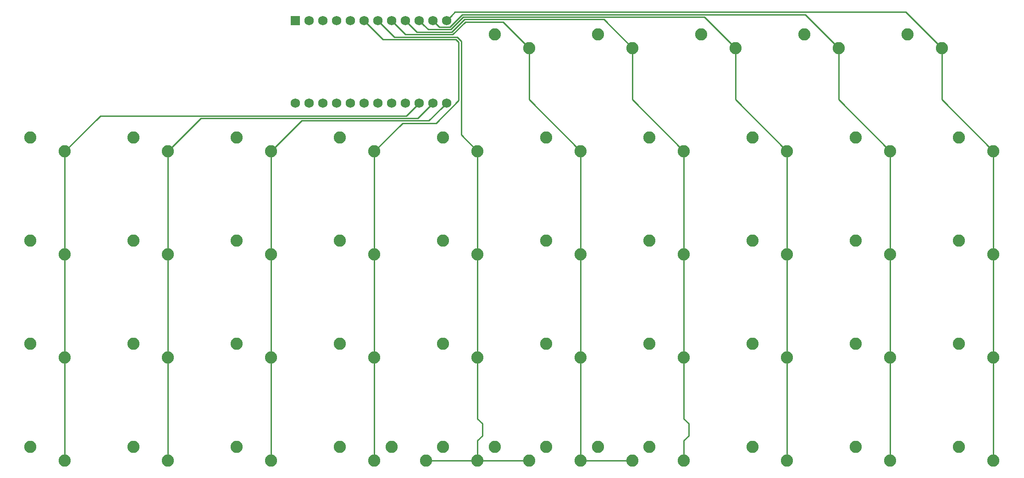
<source format=gbl>
G04 #@! TF.GenerationSoftware,KiCad,Pcbnew,(5.1.4)-1*
G04 #@! TF.CreationDate,2021-09-01T12:45:02-10:00*
G04 #@! TF.ProjectId,oya45,6f796134-352e-46b6-9963-61645f706362,rev?*
G04 #@! TF.SameCoordinates,Original*
G04 #@! TF.FileFunction,Copper,L2,Bot*
G04 #@! TF.FilePolarity,Positive*
%FSLAX46Y46*%
G04 Gerber Fmt 4.6, Leading zero omitted, Abs format (unit mm)*
G04 Created by KiCad (PCBNEW (5.1.4)-1) date 2021-09-01 12:45:02*
%MOMM*%
%LPD*%
G04 APERTURE LIST*
%ADD10C,2.250000*%
%ADD11R,1.752600X1.752600*%
%ADD12C,1.752600*%
%ADD13C,0.254000*%
G04 APERTURE END LIST*
D10*
X99060000Y-111760000D03*
X92710000Y-109220000D03*
X175260000Y-111760000D03*
X168910000Y-109220000D03*
X146685000Y-35560000D03*
X140335000Y-33020000D03*
X203835000Y-35560000D03*
X197485000Y-33020000D03*
X222885000Y-35560000D03*
X216535000Y-33020000D03*
D11*
X103505000Y-30480000D03*
D12*
X106045000Y-30480000D03*
X108585000Y-30480000D03*
X111125000Y-30480000D03*
X113665000Y-30480000D03*
X116205000Y-30480000D03*
X118745000Y-30480000D03*
X121285000Y-30480000D03*
X123825000Y-30480000D03*
X126365000Y-30480000D03*
X128905000Y-30480000D03*
X131445000Y-45720000D03*
X128905000Y-45720000D03*
X126365000Y-45720000D03*
X123825000Y-45720000D03*
X121285000Y-45720000D03*
X118745000Y-45720000D03*
X116205000Y-45720000D03*
X113665000Y-45720000D03*
X111125000Y-45720000D03*
X108585000Y-45720000D03*
X106045000Y-45720000D03*
X131445000Y-30480000D03*
X103505000Y-45720000D03*
D10*
X165735000Y-111760000D03*
X159385000Y-109220000D03*
X127635000Y-111760000D03*
X121285000Y-109220000D03*
X140335000Y-109220000D03*
X146685000Y-111760000D03*
X184785000Y-35560000D03*
X178435000Y-33020000D03*
X165735000Y-35560000D03*
X159385000Y-33020000D03*
X232410000Y-111760000D03*
X226060000Y-109220000D03*
X213360000Y-111760000D03*
X207010000Y-109220000D03*
X194310000Y-111760000D03*
X187960000Y-109220000D03*
X156210000Y-111760000D03*
X149860000Y-109220000D03*
X137160000Y-111760000D03*
X130810000Y-109220000D03*
X118110000Y-111760000D03*
X111760000Y-109220000D03*
X80010000Y-111760000D03*
X73660000Y-109220000D03*
X60960000Y-111760000D03*
X54610000Y-109220000D03*
X232410000Y-92710000D03*
X226060000Y-90170000D03*
X213360000Y-92710000D03*
X207010000Y-90170000D03*
X194310000Y-92710000D03*
X187960000Y-90170000D03*
X175260000Y-92710000D03*
X168910000Y-90170000D03*
X156210000Y-92710000D03*
X149860000Y-90170000D03*
X137160000Y-92710000D03*
X130810000Y-90170000D03*
X118110000Y-92710000D03*
X111760000Y-90170000D03*
X99060000Y-92710000D03*
X92710000Y-90170000D03*
X80010000Y-92710000D03*
X73660000Y-90170000D03*
X60960000Y-92710000D03*
X54610000Y-90170000D03*
X232410000Y-73660000D03*
X226060000Y-71120000D03*
X213360000Y-73660000D03*
X207010000Y-71120000D03*
X194310000Y-73660000D03*
X187960000Y-71120000D03*
X175260000Y-73660000D03*
X168910000Y-71120000D03*
X156210000Y-73660000D03*
X149860000Y-71120000D03*
X137160000Y-73660000D03*
X130810000Y-71120000D03*
X118110000Y-73660000D03*
X111760000Y-71120000D03*
X99060000Y-73660000D03*
X92710000Y-71120000D03*
X80010000Y-73660000D03*
X73660000Y-71120000D03*
X60960000Y-73660000D03*
X54610000Y-71120000D03*
X232410000Y-54610000D03*
X226060000Y-52070000D03*
X213360000Y-54610000D03*
X207010000Y-52070000D03*
X194310000Y-54610000D03*
X187960000Y-52070000D03*
X175260000Y-54610000D03*
X168910000Y-52070000D03*
X156210000Y-54610000D03*
X149860000Y-52070000D03*
X137160000Y-54610000D03*
X130810000Y-52070000D03*
X118110000Y-54610000D03*
X111760000Y-52070000D03*
X99060000Y-54610000D03*
X92710000Y-52070000D03*
X80010000Y-54610000D03*
X73660000Y-52070000D03*
X60960000Y-54610000D03*
X54610000Y-52070000D03*
D13*
X60960000Y-54610000D02*
X60960000Y-92710000D01*
X60960000Y-92710000D02*
X60960000Y-111760000D01*
X125488701Y-46596299D02*
X126365000Y-45720000D01*
X124005990Y-48079010D02*
X125488701Y-46596299D01*
X67490990Y-48079010D02*
X124005990Y-48079010D01*
X60960000Y-54610000D02*
X67490990Y-48079010D01*
X80010000Y-54610000D02*
X80010000Y-111760000D01*
X128028701Y-46596299D02*
X128905000Y-45720000D01*
X126091980Y-48533020D02*
X128028701Y-46596299D01*
X86086980Y-48533020D02*
X126091980Y-48533020D01*
X80010000Y-54610000D02*
X86086980Y-48533020D01*
X99060000Y-54610000D02*
X99060000Y-111760000D01*
X130568701Y-46596299D02*
X131445000Y-45720000D01*
X128177970Y-48987030D02*
X130568701Y-46596299D01*
X104682970Y-48987030D02*
X128177970Y-48987030D01*
X99060000Y-54610000D02*
X104682970Y-48987030D01*
X118110000Y-54610000D02*
X118110000Y-111760000D01*
X123278960Y-49441040D02*
X118110000Y-54610000D01*
X119678351Y-33953351D02*
X133172101Y-33953351D01*
X116205000Y-30480000D02*
X119678351Y-33953351D01*
X133172101Y-33953351D02*
X133689740Y-34470990D01*
X133689740Y-34470990D02*
X133689740Y-45256146D01*
X133689740Y-45256146D02*
X129504846Y-49441040D01*
X129504846Y-49441040D02*
X123278960Y-49441040D01*
X121764341Y-33499341D02*
X118745000Y-30480000D01*
X133360158Y-33499341D02*
X121764341Y-33499341D01*
X134143750Y-34282933D02*
X133360158Y-33499341D01*
X134143750Y-51593750D02*
X134143750Y-34282933D01*
X137160000Y-54610000D02*
X134143750Y-51593750D01*
X146685000Y-111760000D02*
X127635000Y-111760000D01*
X137160000Y-108051184D02*
X137160000Y-111760000D01*
X138052151Y-107159033D02*
X137160000Y-108051184D01*
X138052151Y-104930967D02*
X138052151Y-107159033D01*
X137160000Y-104038816D02*
X138052151Y-104930967D01*
X137160000Y-54610000D02*
X137160000Y-104038816D01*
X156210000Y-54610000D02*
X156210000Y-111760000D01*
X146685000Y-45085000D02*
X146685000Y-35560000D01*
X156210000Y-54610000D02*
X146685000Y-45085000D01*
X122161299Y-31356299D02*
X121285000Y-30480000D01*
X123850331Y-33045331D02*
X122161299Y-31356299D01*
X132586756Y-33045331D02*
X123850331Y-33045331D01*
X134901306Y-30730780D02*
X132586756Y-33045331D01*
X146685000Y-35560000D02*
X141855780Y-30730780D01*
X141855780Y-30730780D02*
X134901306Y-30730780D01*
X157800990Y-111760000D02*
X165735000Y-111760000D01*
X156210000Y-111760000D02*
X157800990Y-111760000D01*
X175260000Y-54610000D02*
X175260000Y-104038816D01*
X165735000Y-45085000D02*
X165735000Y-35560000D01*
X175260000Y-54610000D02*
X165735000Y-45085000D01*
X176152151Y-104930967D02*
X176152151Y-107159033D01*
X175260000Y-104038816D02*
X176152151Y-104930967D01*
X175260000Y-108051184D02*
X175260000Y-111760000D01*
X176152151Y-107159033D02*
X175260000Y-108051184D01*
X124701299Y-31356299D02*
X123825000Y-30480000D01*
X125936321Y-32591321D02*
X124701299Y-31356299D01*
X132398699Y-32591321D02*
X125936321Y-32591321D01*
X134713249Y-30276770D02*
X132398699Y-32591321D01*
X165735000Y-35560000D02*
X160451770Y-30276770D01*
X160451770Y-30276770D02*
X134713249Y-30276770D01*
X194310000Y-54610000D02*
X194310000Y-111760000D01*
X184785000Y-45085000D02*
X184785000Y-35560000D01*
X194310000Y-54610000D02*
X184785000Y-45085000D01*
X127241299Y-31356299D02*
X126365000Y-30480000D01*
X128022311Y-32137311D02*
X127241299Y-31356299D01*
X132210642Y-32137311D02*
X128022311Y-32137311D01*
X134525192Y-29822760D02*
X132210642Y-32137311D01*
X184785000Y-35560000D02*
X179047760Y-29822760D01*
X179047760Y-29822760D02*
X134525192Y-29822760D01*
X213360000Y-54610000D02*
X213360000Y-111760000D01*
X203835000Y-45085000D02*
X203835000Y-35560000D01*
X213360000Y-54610000D02*
X203835000Y-45085000D01*
X129781299Y-31356299D02*
X128905000Y-30480000D01*
X130108301Y-31683301D02*
X129781299Y-31356299D01*
X132022585Y-31683301D02*
X130108301Y-31683301D01*
X134337136Y-29368750D02*
X132022585Y-31683301D01*
X197643750Y-29368750D02*
X134337136Y-29368750D01*
X203835000Y-35560000D02*
X197643750Y-29368750D01*
X232410000Y-54610000D02*
X232410000Y-111760000D01*
X222885000Y-45085000D02*
X222885000Y-35560000D01*
X232410000Y-54610000D02*
X222885000Y-45085000D01*
X222885000Y-35560000D02*
X216239740Y-28914740D01*
X132321299Y-29603701D02*
X131445000Y-30480000D01*
X133010260Y-28914740D02*
X132321299Y-29603701D01*
X216239740Y-28914740D02*
X133010260Y-28914740D01*
M02*

</source>
